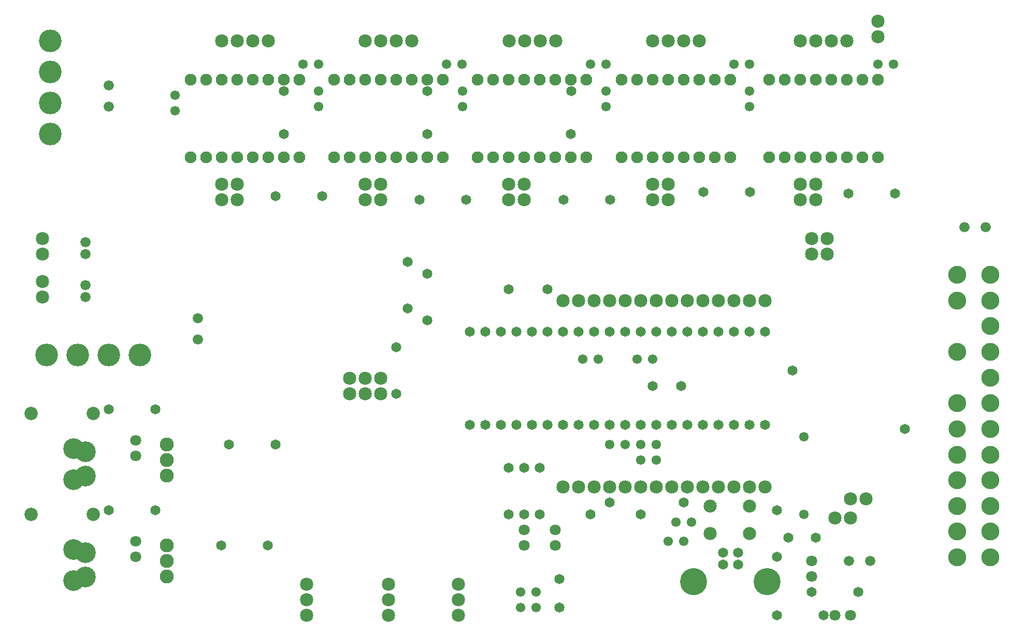
<source format=gbr>
G04 start of page 6 for group -4063 idx -4063 *
G04 Title: (unknown), componentmask *
G04 Creator: pcb 20110918 *
G04 CreationDate: Thu 19 Dec 2013 05:48:54 PM GMT UTC *
G04 For: main-user *
G04 Format: Gerber/RS-274X *
G04 PCB-Dimensions: 1574803 787402 *
G04 PCB-Coordinate-Origin: lower left *
%MOIN*%
%FSLAX25Y25*%
%LNTOPMASK*%
%ADD272C,0.1110*%
%ADD271C,0.1160*%
%ADD270C,0.1740*%
%ADD269C,0.0847*%
%ADD268C,0.0610*%
%ADD267C,0.0760*%
%ADD266C,0.0660*%
%ADD265C,0.1460*%
%ADD264C,0.1330*%
%ADD263C,0.0860*%
%ADD262C,0.0900*%
%ADD261C,0.0650*%
%ADD260C,0.0710*%
%ADD259C,0.0850*%
G54D259*X835000Y267402D03*
Y257402D03*
Y247402D03*
X737500Y267402D03*
Y257402D03*
Y247402D03*
X790000Y267402D03*
Y257402D03*
Y247402D03*
G54D260*X627500Y359902D03*
G54D261*X610000Y379902D03*
X640000D03*
G54D262*X647500Y357402D03*
G54D263*X600000Y377402D03*
G54D260*X627500Y349902D03*
G54D262*X647500Y347402D03*
Y337402D03*
G54D264*X594941Y271969D03*
X587441Y269843D03*
X594941Y287717D03*
X587441Y289843D03*
G54D263*X600000Y312402D03*
G54D261*X610000Y314902D03*
G54D265*X570000Y414902D03*
X590000D03*
X610000D03*
X630000D03*
G54D264*X594941Y336969D03*
Y352717D03*
X587441Y334843D03*
Y354843D03*
G54D263*X560000Y312402D03*
Y377402D03*
G54D262*X647500Y292402D03*
G54D260*X627500Y294902D03*
Y284902D03*
G54D261*X640000Y314902D03*
G54D262*X647500Y282402D03*
Y272402D03*
G54D261*X687500Y357402D03*
X717500D03*
X682500Y292402D03*
X712500D03*
G54D259*X567500Y462402D03*
Y452402D03*
G54D266*X595000D03*
Y460202D03*
G54D259*X567500Y489902D03*
Y479902D03*
G54D266*X595000Y487702D03*
Y479902D03*
X667500Y438702D03*
Y424902D03*
G54D267*X672559Y542461D03*
X662559D03*
X682559D03*
G54D259*Y524961D03*
Y514961D03*
G54D267*X692559Y542461D03*
X702559D03*
X722559Y592461D03*
X712559D03*
X702559D03*
X692559D03*
G54D259*Y524961D03*
Y514961D03*
G54D261*X717441Y517343D03*
G54D267*X672559Y592461D03*
X662559D03*
X682559D03*
G54D268*X652559Y572461D03*
Y582461D03*
G54D266*X610000Y574902D03*
Y588702D03*
G54D265*X572500Y557402D03*
Y577402D03*
Y597402D03*
Y617402D03*
G54D259*X775000Y524902D03*
G54D267*X765000Y542402D03*
X775000D03*
X755000D03*
G54D259*X775000Y514902D03*
G54D267*X785000Y542402D03*
X795000D03*
G54D259*X785000Y524902D03*
Y514902D03*
G54D261*X839941Y514961D03*
X809941D03*
X747441Y517343D03*
G54D267*X805000Y542402D03*
X815000D03*
X825000D03*
X857500D03*
X847500D03*
X795000Y592402D03*
X785000D03*
G54D268*X837559Y574961D03*
Y584961D03*
G54D267*X765000Y592402D03*
X755000D03*
X775000D03*
X712559Y542461D03*
X722559D03*
X732559D03*
Y592461D03*
G54D268*X745059Y574961D03*
Y584961D03*
Y602461D03*
X735059D03*
G54D259*X712559Y617461D03*
X702559D03*
X692559D03*
X682559D03*
G54D267*X815000Y592402D03*
X805000D03*
X825000D03*
X857500D03*
X847500D03*
X867500D03*
G54D268*X837500Y602402D03*
X827500D03*
G54D259*X805059Y617461D03*
X795059D03*
X785059D03*
X775059D03*
G54D267*X867500Y542402D03*
X877500D03*
X887500D03*
X897500D03*
X907500D03*
X917500D03*
X907500Y592402D03*
X897500D03*
X887500D03*
X877500D03*
X917500D03*
G54D268*X920000Y602402D03*
G54D259*X897559Y617461D03*
X887559D03*
X877559D03*
X867559D03*
X867500Y524902D03*
X877500D03*
X867500Y514902D03*
X877500D03*
G54D261*X902559Y514961D03*
G54D259*X1077500Y309902D03*
X1087500D03*
Y322402D03*
X1097500D03*
G54D261*X1040000Y314902D03*
G54D269*X1022500Y317618D03*
G54D261*X1062500Y262402D03*
X1092500D03*
G54D260*X1077500Y247402D03*
X1087500D03*
G54D261*X1070000D03*
G54D260*X1062500Y282402D03*
Y272402D03*
G54D261*X1040000Y284902D03*
G54D266*X1086200Y282402D03*
G54D268*X1057500Y312402D03*
Y362402D03*
G54D266*X1100000Y282402D03*
G54D261*X1015000Y279902D03*
X1005200D03*
Y287702D03*
X1015000D03*
G54D259*X1012500Y329902D03*
X1022500D03*
X1032500D03*
G54D268*X962500Y357402D03*
Y347402D03*
X952500Y357402D03*
Y347402D03*
G54D259*X962500Y329902D03*
G54D268*X975000Y307402D03*
G54D269*X996910Y317618D03*
G54D259*X992500Y329902D03*
X1002500D03*
G54D261*X1040000Y247402D03*
G54D270*X1033800Y269202D03*
X986400D03*
G54D269*X1022500Y299902D03*
X996910D03*
G54D268*X985000Y307402D03*
X980000Y294902D03*
X970000D03*
G54D259*X972500Y329902D03*
X982500D03*
G54D261*X802500Y444902D03*
X815000Y437402D03*
X802500Y474902D03*
X815000Y467402D03*
G54D259*X785000Y399902D03*
Y389902D03*
X775000Y399902D03*
X765000D03*
X775000Y389902D03*
X765000D03*
G54D261*X877500Y312402D03*
Y342402D03*
G54D260*Y302402D03*
Y292402D03*
G54D261*X867500Y312402D03*
X887500D03*
G54D260*X897500Y302402D03*
Y292402D03*
G54D268*X875000Y252402D03*
X885000D03*
X875000Y262402D03*
X885000D03*
G54D261*X900000Y252402D03*
Y270802D03*
G54D259*X902500Y329902D03*
X912500D03*
X922500D03*
X932500D03*
X942500D03*
X952500D03*
G54D261*X867500Y342402D03*
X887500D03*
X842500Y369902D03*
X852500D03*
X862500D03*
X872500D03*
X882500D03*
X892500D03*
X902500D03*
X978400Y394902D03*
X960000D03*
G54D268*Y412402D03*
X942500Y357402D03*
X932500D03*
G54D261*X942500Y369902D03*
X952500D03*
X962500D03*
X972500D03*
X982500D03*
G54D268*X950000Y412402D03*
G54D261*X952500Y429902D03*
X942500D03*
G54D268*X915000Y412402D03*
X925000D03*
G54D261*X912500Y369902D03*
X922500D03*
X932500D03*
Y429902D03*
X922500D03*
X912500D03*
X902500D03*
X892500D03*
X882500D03*
X872500D03*
X862500D03*
X852500D03*
X842500D03*
G54D259*X972500Y449902D03*
X962500D03*
X952500D03*
X942500D03*
X932500D03*
X922500D03*
X912500D03*
X902500D03*
G54D271*X1177500Y466615D03*
Y450080D03*
X1155847Y466615D03*
Y450079D03*
G54D266*X1160600Y497402D03*
X1174400D03*
G54D259*X1072500Y489902D03*
X1062500D03*
X1072500Y479902D03*
X1062500D03*
G54D271*X1177500Y433544D03*
Y417009D03*
Y400473D03*
Y383938D03*
Y367402D03*
Y350867D03*
Y334331D03*
Y317796D03*
Y301261D03*
Y284725D03*
X1155847Y417008D03*
Y383937D03*
G54D272*Y367401D03*
G54D271*Y350866D03*
Y334330D03*
Y317795D03*
Y301261D03*
Y284725D03*
G54D261*X992500Y369902D03*
Y429902D03*
X982500D03*
X972500D03*
X962500D03*
X1002500Y369902D03*
Y429902D03*
X1012500Y369902D03*
X1022500D03*
X1032500D03*
Y429902D03*
X1022500D03*
X1012500D03*
G54D259*X1032500Y449902D03*
X1022500D03*
X1012500D03*
X1002500D03*
X992500D03*
X982500D03*
G54D267*X990000Y542402D03*
Y592402D03*
G54D259*X990059Y617461D03*
G54D267*X1000000Y542402D03*
Y592402D03*
X1010000Y542402D03*
Y592402D03*
G54D268*X1022500Y574902D03*
Y584902D03*
Y602402D03*
X1012500D03*
G54D261*X1022559Y519961D03*
X992559D03*
G54D267*X1035000Y542402D03*
X950000Y592402D03*
X940000D03*
X960000D03*
G54D268*X930000Y602402D03*
G54D259*X960059Y617461D03*
G54D267*X970000Y542402D03*
Y592402D03*
G54D259*Y524902D03*
Y514902D03*
X970059Y617461D03*
G54D267*X980000Y542402D03*
Y592402D03*
G54D259*X980059Y617461D03*
G54D267*X950000Y542402D03*
X960000D03*
X940000D03*
G54D259*X960000Y524902D03*
Y514902D03*
G54D261*X932559Y514961D03*
G54D268*X930059Y574961D03*
Y584961D03*
G54D259*X1065000Y617402D03*
X1055000D03*
G54D267*X1045000Y592402D03*
X1035000D03*
X1065000D03*
X1055000D03*
G54D261*X1116000Y518902D03*
X1086000D03*
G54D259*X1065000Y524902D03*
Y514902D03*
X1055000Y524902D03*
Y514902D03*
G54D268*X1115000Y602402D03*
X1105000D03*
G54D259*Y629902D03*
Y619902D03*
X1085000Y617402D03*
X1075000D03*
G54D267*X1045000Y542402D03*
X1055000D03*
X1065000D03*
X1075000D03*
X1085000D03*
X1095000D03*
X1105000D03*
X1095000Y592402D03*
X1085000D03*
X1075000D03*
X1105000D03*
G54D261*X1050000Y404902D03*
X892500Y457402D03*
X867500D03*
X795000Y419902D03*
Y389902D03*
X1065000Y297402D03*
X980000Y319902D03*
X932500D03*
X1047500Y297402D03*
X952500Y312402D03*
X920000D03*
X1122500Y367402D03*
X907559Y584961D03*
X907500Y557402D03*
X815059Y584961D03*
Y557461D03*
X722559Y584961D03*
Y557461D03*
M02*

</source>
